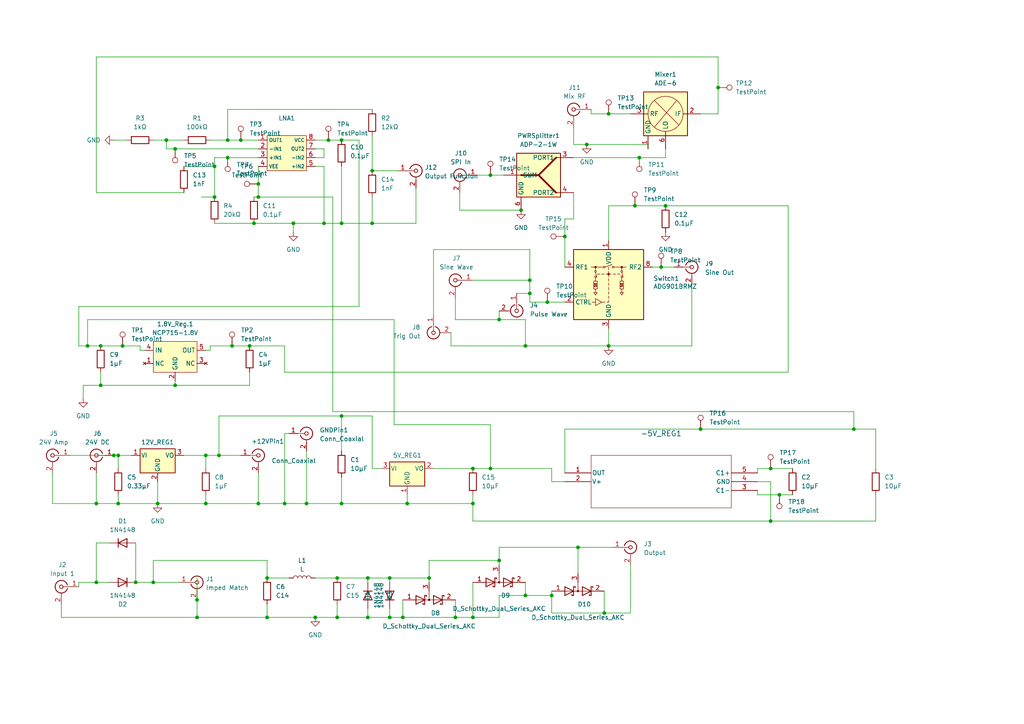
<source format=kicad_sch>
(kicad_sch (version 20231120) (generator "eeschema") (generator_version "8.0")
  (paper "A4")
  (lib_symbols
    (symbol "2023-06-16_17-27-32:LM828M5" (pin_names (offset 0.254))
      (property "Reference" "U" (at 27.94 10.16 0))
      (property "Value" "LM828M5" (at 27.94 7.62 0))
      (symbol "LM828M5_0_1"
        (pin output line (at 0 0 0) (length 7.62) (name "OUT") (number "1"))
        (pin input line (at 0 -2.54 0) (length 7.62) (name "V+") (number "2"))
        (pin passive line (at 55.88 -5.08 180) (length 7.62) (name "C1-") (number "3"))
        (pin passive line (at 55.88 -2.54 180) (length 7.62) (name "GND") (number "4"))
        (pin passive line (at 55.88 0 180) (length 7.62) (name "C1+") (number "5"))
      )
    )
    (symbol "Connector:Conn_Coaxial" (pin_names (offset 1.016) hide)
      (property "Reference" "J" (at 0.254 3.048 0))
      (property "Value" "Conn_Coaxial" (at 2.921 0 90))
      (symbol "Conn_Coaxial_1_1"
        (pin passive line (at -5.08 0 0) (length 2.54) (name "In") (number "1"))
        (pin passive line (at 0 -5.08 90) (length 2.54) (name "Ext") (number "2"))
      )
    )
    (symbol "Connector:TestPoint" (pin_numbers hide) (pin_names (offset 0.762) hide)
      (property "Reference" "TP" (at 0 6.858 0))
      (property "Value" "TestPoint" (at 0 5.08 0))
      (symbol "TestPoint_1_1"
        (pin passive line (at 0 0 90) (length 2.54) (name "1") (number "1"))
      )
    )
    (symbol "Device:D_Schottky_Dual_Series_AKC" (pin_names (offset 0.762) hide)
      (property "Reference" "D" (at 1.27 -2.54 0))
      (property "Value" "D_Schottky_Dual_Series_AKC" (at 0 2.54 0))
      (symbol "D_Schottky_Dual_Series_AKC_0_1"
        (pin passive line (at -7.62 0 0) (length 3.81) (name "A") (number "1"))
        (pin passive line (at 7.62 0 180) (length 3.81) (name "K") (number "2"))
        (pin passive line (at 0 -5.08 90) (length 2.54) (name "common") (number "3"))
      )
    )
    (symbol "Device:L" (pin_numbers hide) (pin_names (offset 1.016) hide)
      (property "Reference" "L" (at -1.27 0 90))
      (property "Value" "L" (at 1.905 0 90))
      (symbol "L_1_1"
        (pin passive line (at 0 3.81 270) (length 1.27) (name "1") (number "1"))
        (pin passive line (at 0 -3.81 90) (length 1.27) (name "2") (number "2"))
      )
    )
    (symbol "Device:R" (pin_numbers hide) (pin_names (offset 0))
      (property "Reference" "R" (at 2.032 0 90))
      (property "Value" "R" (at 0 0 90))
      (symbol "R_1_1"
        (pin passive line (at 0 3.81 270) (length 1.27) (name "~") (number "1"))
        (pin passive line (at 0 -3.81 90) (length 1.27) (name "~") (number "2"))
      )
    )
    (symbol "Diode:1N4148" (pin_numbers hide) (pin_names hide)
      (property "Reference" "D" (at 0 2.54 0))
      (property "Value" "1N4148" (at 0 -2.54 0))
      (symbol "1N4148_1_1"
        (pin passive line (at -3.81 0 0) (length 2.54) (name "K") (number "1"))
        (pin passive line (at 3.81 0 180) (length 2.54) (name "A") (number "2"))
      )
    )
    (symbol "LM4565 Operational Amplifier:LM4565"
      (property "Reference" "U" (at 0 -6.35 0))
      (property "Value" "LM4565" (at 0 6.35 0))
      (symbol "LM4565_1_1"
        (pin output line (at -8.89 3.81 0) (length 2.54) (name "OUT1") (number "1"))
        (pin input line (at -8.89 1.27 0) (length 2.54) (name "-IN1") (number "2"))
        (pin input line (at -8.89 -1.27 0) (length 2.54) (name "+IN1") (number "3"))
        (pin power_in line (at -8.89 -3.81 0) (length 2.54) (name "VEE") (number "4"))
        (pin input line (at 7.62 -3.81 180) (length 2.54) (name "+IN2") (number "5"))
        (pin input line (at 7.62 -1.27 180) (length 2.54) (name "-IN2") (number "6"))
        (pin output line (at 7.62 1.27 180) (length 2.54) (name "OUT2") (number "7"))
        (pin power_in line (at 7.62 3.81 180) (length 2.54) (name "VCC") (number "8"))
      )
    )
    (symbol "NCP715:NCP715-1.8V"
      (property "Reference" "U" (at -5.08 -6.35 0))
      (property "Value" "NCP715-1.8V" (at 0 7.62 0))
      (symbol "NCP715-1.8V_1_1"
        (pin no_connect line (at -8.89 -1.27 0) (length 2.54) (name "NC") (number "1"))
        (pin power_in line (at 0 -6.35 90) (length 2.54) (name "GND") (number "2"))
        (pin no_connect line (at 8.89 -1.27 180) (length 2.54) (name "NC") (number "3"))
        (pin power_in line (at -8.89 2.54 0) (length 2.54) (name "IN") (number "4"))
        (pin power_out line (at 8.89 2.54 180) (length 2.54) (name "OUT") (number "5"))
      )
    )
    (symbol "RF:ADP-2-1W"
      (property "Reference" "U" (at -6.35 7.62 0))
      (property "Value" "ADP-2-1W" (at 6.35 7.62 0))
      (symbol "ADP-2-1W_1_1"
        (pin passive line (at -10.16 0 0) (length 5.08) (name "SUM") (number "1"))
        (pin no_connect line (at 5.08 2.54 180) (length 5.08) hide (name "NC") (number "2"))
        (pin passive line (at 10.16 5.08 180) (length 5.08) (name "PORT1") (number "3"))
        (pin passive line (at 10.16 -5.08 180) (length 5.08) (name "PORT2") (number "4"))
        (pin no_connect line (at 5.08 -2.54 180) (length 5.08) hide (name "NC") (number "5"))
        (pin passive line (at -5.08 -10.16 90) (length 3.81) (name "GND") (number "6"))
      )
    )
    (symbol "RF_Mixer:ADE-6"
      (property "Reference" "U" (at -6.35 7.62 0))
      (property "Value" "ADE-6" (at 6.35 7.62 0))
      (symbol "ADE-6_1_1"
        (pin power_in line (at -5.08 -10.16 90) (length 3.81) (name "GND") (number "1"))
        (pin output line (at 10.16 0 180) (length 5.08) (name "IF") (number "2"))
        (pin input line (at -10.16 0 0) (length 5.08) (name "RF") (number "3"))
        (pin passive line (at -5.08 -10.16 90) (length 3.81) hide (name "GND") (number "4"))
        (pin passive line (at -5.08 -10.16 90) (length 3.81) hide (name "GND") (number "5"))
        (pin input line (at 0 -10.16 90) (length 5.08) (name "LO") (number "6"))
      )
    )
    (symbol "RF_Switch:ADG901BRMZ"
      (property "Reference" "U" (at -10.16 11.43 0))
      (property "Value" "ADG901BRMZ" (at 1.27 11.43 0))
      (symbol "ADG901BRMZ_0_0"
        (text "50" (at -3.81 -0.127 900) (effects (font (size 0.635 0.635))))
        (text "50" (at 3.81 -0.127 900) (effects (font (size 0.635 0.635))))
      )
      (symbol "ADG901BRMZ_1_1"
        (pin power_in line (at 0 12.7 270) (length 2.54) (name "VDD") (number "1"))
        (pin input line (at -12.7 -5.08 0) (length 2.54) (name "CTRL") (number "2"))
        (pin power_in line (at 0 -12.7 90) (length 2.54) (name "GND") (number "3"))
        (pin passive line (at -12.7 5.08 0) (length 2.54) (name "RF1") (number "4"))
        (pin passive line (at 0 -12.7 90) (length 2.54) hide (name "GND") (number "5"))
        (pin passive line (at 0 -12.7 90) (length 2.54) hide (name "GND") (number "6"))
        (pin passive line (at 0 -12.7 90) (length 2.54) hide (name "GND") (number "7"))
        (pin passive line (at 12.7 5.08 180) (length 2.54) (name "RF2") (number "8"))
      )
    )
    (symbol "Regulator_Linear:LM7812_TO220" (pin_names (offset 0.254))
      (property "Reference" "U" (at -3.81 3.175 0))
      (property "Value" "LM7812_TO220" (at 0 3.175 0))
      (symbol "LM7812_TO220_1_1"
        (pin power_in line (at -7.62 0 0) (length 2.54) (name "VI") (number "1"))
        (pin power_in line (at 0 -7.62 90) (length 2.54) (name "GND") (number "2"))
        (pin power_out line (at 7.62 0 180) (length 2.54) (name "VO") (number "3"))
      )
    )
    (symbol "Regulator_Linear:NCP1117-5.0_TO252" (pin_names (offset 0.254))
      (property "Reference" "U" (at -3.81 3.175 0))
      (property "Value" "NCP1117-5.0_TO252" (at 0 3.175 0))
      (symbol "NCP1117-5.0_TO252_1_1"
        (pin power_in line (at 0 -7.62 90) (length 2.54) (name "GND") (number "1"))
        (pin power_out line (at 7.62 0 180) (length 2.54) (name "VO") (number "2"))
        (pin power_in line (at -7.62 0 0) (length 2.54) (name "VI") (number "3"))
      )
    )
    (symbol "power:GND" (power) (pin_numbers hide) (pin_names (offset 0) hide)
      (property "Value" "GND" (at 0 -3.81 0))
      (symbol "GND_1_1"
        (pin power_in line (at 0 0 270) (length 0) (name "~") (number "1"))
      )
    )
  )
  (junction (at 226.06 143.51))
  (junction (at 77.47 179.07))
  (junction (at 63.5 132.08))
  (junction (at 62.23 57.15))
  (junction (at 185.42 45.72))
  (junction (at 152.4 100.33))
  (junction (at 184.15 59.69))
  (junction (at 176.53 33.02))
  (junction (at 152.4 172.72))
  (junction (at 88.9 146.05))
  (junction (at 118.11 146.05))
  (junction (at 170.18 41.91))
  (junction (at 99.06 120.65))
  (junction (at 107.95 64.77))
  (junction (at 116.84 179.07))
  (junction (at 45.72 146.05))
  (junction (at 69.85 40.64))
  (junction (at 62.23 48.26))
  (junction (at 193.04 59.69))
  (junction (at 97.79 179.07))
  (junction (at 163.83 68.58))
  (junction (at 132.08 179.07))
  (junction (at 167.64 158.75))
  (junction (at 66.04 40.64))
  (junction (at 203.2 124.46))
  (junction (at 74.93 57.15))
  (junction (at 113.03 167.64))
  (junction (at 91.44 179.07))
  (junction (at 59.69 146.05))
  (junction (at 50.8 111.76))
  (junction (at 160.02 172.72))
  (junction (at 107.95 49.53))
  (junction (at 93.98 64.77))
  (junction (at 97.79 167.64))
  (junction (at 33.02 132.08))
  (junction (at 158.75 87.63))
  (junction (at 66.04 45.72))
  (junction (at 44.45 168.91))
  (junction (at 99.06 146.05))
  (junction (at 34.29 146.05))
  (junction (at 27.94 168.91))
  (junction (at 48.26 40.64))
  (junction (at 59.69 132.08))
  (junction (at 137.16 179.07))
  (junction (at 113.03 179.07))
  (junction (at 72.39 100.33))
  (junction (at 153.67 85.09))
  (junction (at 50.8 43.18))
  (junction (at 57.15 173.99))
  (junction (at 124.46 167.64))
  (junction (at 247.65 124.46))
  (junction (at 137.16 135.89))
  (junction (at 144.78 92.71))
  (junction (at 25.4 100.33))
  (junction (at 176.53 100.33))
  (junction (at 191.77 77.47))
  (junction (at 142.24 135.89))
  (junction (at 77.47 167.64))
  (junction (at 57.15 179.07))
  (junction (at 106.68 179.07))
  (junction (at 39.37 168.91))
  (junction (at 142.24 50.8))
  (junction (at 223.52 135.89))
  (junction (at 74.93 53.34))
  (junction (at 137.16 146.05))
  (junction (at 95.25 40.64))
  (junction (at 29.21 111.76))
  (junction (at 82.55 146.05))
  (junction (at 175.26 177.8))
  (junction (at 153.67 81.28))
  (junction (at 144.78 162.56))
  (junction (at 85.09 64.77))
  (junction (at 151.13 60.96))
  (junction (at 223.52 151.13))
  (junction (at 74.93 146.05))
  (junction (at 106.68 167.64))
  (junction (at 99.06 64.77))
  (junction (at 35.56 100.33))
  (junction (at 208.28 25.4))
  (junction (at 29.21 100.33))
  (junction (at 27.94 146.05))
  (junction (at 34.29 132.08))
  (junction (at 67.31 100.33))
  (junction (at 99.06 40.64))
  (junction (at 73.66 64.77))
  (wire (pts (xy 62.23 64.77) (xy 73.66 64.77)))
  (wire (pts (xy 113.03 168.91) (xy 113.03 167.64)))
  (wire (pts (xy 77.47 167.64) (xy 77.47 162.56)))
  (wire (pts (xy 82.55 107.95) (xy 82.55 100.33)))
  (wire (pts (xy 208.28 33.02) (xy 203.2 33.02)))
  (wire (pts (xy 176.53 33.02) (xy 182.88 33.02)))
  (wire (pts (xy 39.37 168.91) (xy 44.45 168.91)))
  (wire (pts (xy 142.24 50.8) (xy 146.05 50.8)))
  (wire (pts (xy 24.13 111.76) (xy 24.13 115.57)))
  (wire (pts (xy 48.26 40.64) (xy 53.34 40.64)))
  (wire (pts (xy 33.02 132.08) (xy 34.29 132.08)))
  (wire (pts (xy 137.16 151.13) (xy 223.52 151.13)))
  (wire (pts (xy 62.23 57.15) (xy 58.42 57.15)))
  (wire (pts (xy 175.26 171.45) (xy 175.26 177.8)))
  (wire (pts (xy 137.16 151.13) (xy 137.16 146.05)))
  (wire (pts (xy 91.44 48.26) (xy 93.98 48.26)))
  (wire (pts (xy 62.23 48.26) (xy 62.23 57.15)))
  (wire (pts (xy 228.6 59.69) (xy 228.6 107.95)))
  (wire (pts (xy 35.56 100.33) (xy 40.64 100.33)))
  (wire (pts (xy 118.11 146.05) (xy 99.06 146.05)))
  (wire (pts (xy 200.66 82.55) (xy 200.66 100.33)))
  (wire (pts (xy 152.4 172.72) (xy 144.78 172.72)))
  (wire (pts (xy 34.29 135.89) (xy 34.29 132.08)))
  (wire (pts (xy 45.72 139.7) (xy 45.72 146.05)))
  (wire (pts (xy 74.93 43.18) (xy 50.8 43.18)))
  (wire (pts (xy 85.09 64.77) (xy 85.09 67.31)))
  (wire (pts (xy 91.44 43.18) (xy 93.98 43.18)))
  (wire (pts (xy 163.83 63.5) (xy 166.37 63.5)))
  (wire (pts (xy 107.95 135.89) (xy 110.49 135.89)))
  (wire (pts (xy 226.06 143.51) (xy 219.71 143.51)))
  (wire (pts (xy 99.06 40.64) (xy 104.14 40.64)))
  (wire (pts (xy 72.39 111.76) (xy 72.39 107.95)))
  (wire (pts (xy 144.78 92.71) (xy 152.4 92.71)))
  (wire (pts (xy 74.93 137.16) (xy 74.93 146.05)))
  (wire (pts (xy 137.16 179.07) (xy 144.78 179.07)))
  (wire (pts (xy 53.34 55.88) (xy 27.94 55.88)))
  (wire (pts (xy 34.29 146.05) (xy 45.72 146.05)))
  (wire (pts (xy 203.2 124.46) (xy 247.65 124.46)))
  (wire (pts (xy 106.68 176.53) (xy 106.68 179.07)))
  (wire (pts (xy 62.23 45.72) (xy 66.04 45.72)))
  (wire (pts (xy 97.79 179.07) (xy 106.68 179.07)))
  (wire (pts (xy 166.37 63.5) (xy 166.37 55.88)))
  (wire (pts (xy 62.23 45.72) (xy 62.23 48.26)))
  (wire (pts (xy 74.93 53.34) (xy 74.93 48.26)))
  (wire (pts (xy 107.95 49.53) (xy 115.57 49.53)))
  (wire (pts (xy 59.69 101.6) (xy 60.96 101.6)))
  (wire (pts (xy 104.14 40.64) (xy 104.14 88.9)))
  (wire (pts (xy 31.75 157.48) (xy 27.94 157.48)))
  (wire (pts (xy 82.55 100.33) (xy 72.39 100.33)))
  (wire (pts (xy 69.85 132.08) (xy 63.5 132.08)))
  (wire (pts (xy 132.08 173.99) (xy 132.08 179.07)))
  (wire (pts (xy 107.95 135.89) (xy 107.95 120.65)))
  (wire (pts (xy 219.71 142.24) (xy 219.71 143.51)))
  (wire (pts (xy 57.15 167.64) (xy 57.15 173.99)))
  (wire (pts (xy 95.25 40.64) (xy 99.06 40.64)))
  (wire (pts (xy 191.77 77.47) (xy 195.58 77.47)))
  (wire (pts (xy 171.45 33.02) (xy 171.45 31.75)))
  (wire (pts (xy 142.24 135.89) (xy 137.16 135.89)))
  (wire (pts (xy 25.4 100.33) (xy 25.4 92.71)))
  (wire (pts (xy 77.47 175.26) (xy 77.47 179.07)))
  (wire (pts (xy 59.69 146.05) (xy 45.72 146.05)))
  (wire (pts (xy 66.04 31.75) (xy 66.04 40.64)))
  (wire (pts (xy 152.4 100.33) (xy 130.81 100.33)))
  (wire (pts (xy 153.67 81.28) (xy 153.67 85.09)))
  (wire (pts (xy 74.93 146.05) (xy 82.55 146.05)))
  (wire (pts (xy 22.86 88.9) (xy 22.86 100.33)))
  (wire (pts (xy 176.53 95.25) (xy 176.53 100.33)))
  (wire (pts (xy 132.08 92.71) (xy 144.78 92.71)))
  (wire (pts (xy 99.06 146.05) (xy 88.9 146.05)))
  (wire (pts (xy 254 143.51) (xy 254 151.13)))
  (wire (pts (xy 142.24 123.19) (xy 142.24 135.89)))
  (wire (pts (xy 69.85 40.64) (xy 74.93 40.64)))
  (wire (pts (xy 40.64 101.6) (xy 40.64 100.33)))
  (wire (pts (xy 82.55 125.73) (xy 82.55 146.05)))
  (wire (pts (xy 138.43 50.8) (xy 142.24 50.8)))
  (wire (pts (xy 34.29 143.51) (xy 34.29 146.05)))
  (wire (pts (xy 91.44 179.07) (xy 97.79 179.07)))
  (wire (pts (xy 93.98 45.72) (xy 93.98 43.18)))
  (wire (pts (xy 107.95 57.15) (xy 107.95 64.77)))
  (wire (pts (xy 15.24 146.05) (xy 27.94 146.05)))
  (wire (pts (xy 60.96 100.33) (xy 67.31 100.33)))
  (wire (pts (xy 153.67 72.39) (xy 153.67 81.28)))
  (wire (pts (xy 208.28 25.4) (xy 208.28 33.02)))
  (wire (pts (xy 219.71 135.89) (xy 223.52 135.89)))
  (wire (pts (xy 116.84 179.07) (xy 132.08 179.07)))
  (wire (pts (xy 124.46 162.56) (xy 124.46 167.64)))
  (wire (pts (xy 137.16 168.91) (xy 137.16 179.07)))
  (wire (pts (xy 27.94 55.88) (xy 27.94 16.51)))
  (wire (pts (xy 48.26 40.64) (xy 48.26 43.18)))
  (wire (pts (xy 137.16 146.05) (xy 118.11 146.05)))
  (wire (pts (xy 66.04 45.72) (xy 74.93 45.72)))
  (wire (pts (xy 247.65 119.38) (xy 247.65 124.46)))
  (wire (pts (xy 22.86 168.91) (xy 27.94 168.91)))
  (wire (pts (xy 27.94 146.05) (xy 34.29 146.05)))
  (wire (pts (xy 39.37 157.48) (xy 39.37 168.91)))
  (wire (pts (xy 160.02 172.72) (xy 160.02 177.8)))
  (wire (pts (xy 166.37 45.72) (xy 185.42 45.72)))
  (wire (pts (xy 163.83 63.5) (xy 163.83 68.58)))
  (wire (pts (xy 29.21 107.95) (xy 29.21 111.76)))
  (wire (pts (xy 228.6 107.95) (xy 82.55 107.95)))
  (wire (pts (xy 160.02 139.7) (xy 160.02 135.89)))
  (wire (pts (xy 223.52 135.89) (xy 229.87 135.89)))
  (wire (pts (xy 160.02 171.45) (xy 160.02 172.72)))
  (wire (pts (xy 63.5 132.08) (xy 59.69 132.08)))
  (wire (pts (xy 160.02 172.72) (xy 152.4 172.72)))
  (wire (pts (xy 219.71 139.7) (xy 223.52 139.7)))
  (wire (pts (xy 88.9 130.81) (xy 88.9 146.05)))
  (wire (pts (xy 82.55 125.73) (xy 83.82 125.73)))
  (wire (pts (xy 163.83 124.46) (xy 203.2 124.46)))
  (wire (pts (xy 99.06 120.65) (xy 63.5 120.65)))
  (wire (pts (xy 182.88 177.8) (xy 175.26 177.8)))
  (wire (pts (xy 113.03 179.07) (xy 116.84 179.07)))
  (wire (pts (xy 15.24 137.16) (xy 15.24 146.05)))
  (wire (pts (xy 63.5 120.65) (xy 63.5 132.08)))
  (wire (pts (xy 107.95 120.65) (xy 99.06 120.65)))
  (wire (pts (xy 229.87 143.51) (xy 226.06 143.51)))
  (wire (pts (xy 152.4 92.71) (xy 152.4 100.33)))
  (wire (pts (xy 20.32 132.08) (xy 33.02 132.08)))
  (wire (pts (xy 247.65 124.46) (xy 254 124.46)))
  (wire (pts (xy 208.28 16.51) (xy 208.28 25.4)))
  (wire (pts (xy 193.04 45.72) (xy 193.04 43.18)))
  (wire (pts (xy 57.15 179.07) (xy 77.47 179.07)))
  (wire (pts (xy 104.14 88.9) (xy 22.86 88.9)))
  (wire (pts (xy 125.73 91.44) (xy 125.73 72.39)))
  (wire (pts (xy 107.95 39.37) (xy 107.95 49.53)))
  (wire (pts (xy 153.67 87.63) (xy 158.75 87.63)))
  (wire (pts (xy 176.53 100.33) (xy 152.4 100.33)))
  (wire (pts (xy 99.06 64.77) (xy 107.95 64.77)))
  (wire (pts (xy 73.66 57.15) (xy 74.93 57.15)))
  (wire (pts (xy 219.71 137.16) (xy 219.71 135.89)))
  (wire (pts (xy 22.86 170.18) (xy 22.86 168.91)))
  (wire (pts (xy 66.04 40.64) (xy 69.85 40.64)))
  (wire (pts (xy 124.46 168.91) (xy 124.46 167.64)))
  (wire (pts (xy 120.65 54.61) (xy 120.65 64.77)))
  (wire (pts (xy 27.94 157.48) (xy 27.94 168.91)))
  (wire (pts (xy 50.8 43.18) (xy 48.26 43.18)))
  (wire (pts (xy 130.81 100.33) (xy 130.81 96.52)))
  (wire (pts (xy 99.06 130.81) (xy 99.06 120.65)))
  (wire (pts (xy 163.83 137.16) (xy 163.83 124.46)))
  (wire (pts (xy 144.78 90.17) (xy 144.78 92.71)))
  (wire (pts (xy 40.64 101.6) (xy 41.91 101.6)))
  (wire (pts (xy 93.98 64.77) (xy 99.06 64.77)))
  (wire (pts (xy 200.66 100.33) (xy 176.53 100.33)))
  (wire (pts (xy 144.78 163.83) (xy 144.78 162.56)))
  (wire (pts (xy 163.83 139.7) (xy 160.02 139.7)))
  (wire (pts (xy 184.15 59.69) (xy 193.04 59.69)))
  (wire (pts (xy 170.18 41.91) (xy 187.96 41.91)))
  (wire (pts (xy 144.78 158.75) (xy 144.78 162.56)))
  (wire (pts (xy 74.93 57.15) (xy 74.93 53.34)))
  (wire (pts (xy 97.79 167.64) (xy 106.68 167.64)))
  (wire (pts (xy 124.46 167.64) (xy 113.03 167.64)))
  (wire (pts (xy 60.96 101.6) (xy 60.96 100.33)))
  (wire (pts (xy 33.02 40.64) (xy 36.83 40.64)))
  (wire (pts (xy 175.26 177.8) (xy 160.02 177.8)))
  (wire (pts (xy 166.37 36.83) (xy 166.37 41.91)))
  (wire (pts (xy 25.4 100.33) (xy 29.21 100.33)))
  (wire (pts (xy 125.73 135.89) (xy 137.16 135.89)))
  (wire (pts (xy 193.04 59.69) (xy 228.6 59.69)))
  (wire (pts (xy 106.68 167.64) (xy 113.03 167.64)))
  (wire (pts (xy 85.09 64.77) (xy 73.66 64.77)))
  (wire (pts (xy 17.78 179.07) (xy 17.78 175.26)))
  (wire (pts (xy 38.1 132.08) (xy 34.29 132.08)))
  (wire (pts (xy 153.67 85.09) (xy 149.86 85.09)))
  (wire (pts (xy 223.52 139.7) (xy 223.52 151.13)))
  (wire (pts (xy 50.8 110.49) (xy 50.8 111.76)))
  (wire (pts (xy 99.06 138.43) (xy 99.06 146.05)))
  (wire (pts (xy 163.83 68.58) (xy 163.83 77.47)))
  (wire (pts (xy 44.45 168.91) (xy 52.07 168.91)))
  (wire (pts (xy 57.15 179.07) (xy 17.78 179.07)))
  (wire (pts (xy 29.21 111.76) (xy 50.8 111.76)))
  (wire (pts (xy 189.23 77.47) (xy 191.77 77.47)))
  (wire (pts (xy 99.06 48.26) (xy 99.06 64.77)))
  (wire (pts (xy 67.31 100.33) (xy 72.39 100.33)))
  (wire (pts (xy 137.16 81.28) (xy 153.67 81.28)))
  (wire (pts (xy 176.53 59.69) (xy 184.15 59.69)))
  (wire (pts (xy 167.64 158.75) (xy 167.64 166.37)))
  (wire (pts (xy 77.47 167.64) (xy 83.82 167.64)))
  (wire (pts (xy 133.35 55.88) (xy 133.35 60.96)))
  (wire (pts (xy 74.93 146.05) (xy 59.69 146.05)))
  (wire (pts (xy 166.37 41.91) (xy 170.18 41.91)))
  (wire (pts (xy 27.94 168.91) (xy 31.75 168.91)))
  (wire (pts (xy 114.3 92.71) (xy 114.3 123.19)))
  (wire (pts (xy 44.45 162.56) (xy 44.45 168.91)))
  (wire (pts (xy 187.96 41.91) (xy 187.96 43.18)))
  (wire (pts (xy 91.44 45.72) (xy 93.98 45.72)))
  (wire (pts (xy 91.44 40.64) (xy 95.25 40.64)))
  (wire (pts (xy 185.42 45.72) (xy 193.04 45.72)))
  (wire (pts (xy 97.79 175.26) (xy 97.79 179.07)))
  (wire (pts (xy 171.45 33.02) (xy 176.53 33.02)))
  (wire (pts (xy 120.65 64.77) (xy 107.95 64.77)))
  (wire (pts (xy 57.15 173.99) (xy 57.15 179.07)))
  (wire (pts (xy 96.52 119.38) (xy 247.65 119.38)))
  (wire (pts (xy 93.98 48.26) (xy 93.98 64.77)))
  (wire (pts (xy 29.21 100.33) (xy 35.56 100.33)))
  (wire (pts (xy 91.44 167.64) (xy 97.79 167.64)))
  (wire (pts (xy 44.45 40.64) (xy 48.26 40.64)))
  (wire (pts (xy 144.78 158.75) (xy 167.64 158.75)))
  (wire (pts (xy 50.8 111.76) (xy 72.39 111.76)))
  (wire (pts (xy 133.35 60.96) (xy 151.13 60.96)))
  (wire (pts (xy 223.52 151.13) (xy 254 151.13)))
  (wire (pts (xy 114.3 123.19) (xy 142.24 123.19)))
  (wire (pts (xy 22.86 100.33) (xy 25.4 100.33)))
  (wire (pts (xy 254 124.46) (xy 254 135.89)))
  (wire (pts (xy 158.75 87.63) (xy 163.83 87.63)))
  (wire (pts (xy 77.47 179.07) (xy 91.44 179.07)))
  (wire (pts (xy 27.94 137.16) (xy 27.94 146.05)))
  (wire (pts (xy 96.52 57.15) (xy 96.52 119.38)))
  (wire (pts (xy 96.52 57.15) (xy 74.93 57.15)))
  (wire (pts (xy 53.34 48.26) (xy 62.23 48.26)))
  (wire (pts (xy 60.96 40.64) (xy 66.04 40.64)))
  (wire (pts (xy 116.84 173.99) (xy 116.84 179.07)))
  (wire (pts (xy 113.03 176.53) (xy 113.03 179.07)))
  (wire (pts (xy 182.88 163.83) (xy 182.88 177.8)))
  (wire (pts (xy 29.21 111.76) (xy 24.13 111.76)))
  (wire (pts (xy 118.11 143.51) (xy 118.11 146.05)))
  (wire (pts (xy 27.94 16.51) (xy 208.28 16.51)))
  (wire (pts (xy 160.02 135.89) (xy 142.24 135.89)))
  (wire (pts (xy 93.98 64.77) (xy 85.09 64.77)))
  (wire (pts (xy 132.08 86.36) (xy 132.08 92.71)))
  (wire (pts (xy 25.4 92.71) (xy 114.3 92.71)))
  (wire (pts (xy 53.34 132.08) (xy 59.69 132.08)))
  (wire (pts (xy 107.95 31.75) (xy 66.04 31.75)))
  (wire (pts (xy 106.68 168.91) (xy 106.68 167.64)))
  (wire (pts (xy 82.55 146.05) (xy 88.9 146.05)))
  (wire (pts (xy 153.67 85.09) (xy 153.67 87.63)))
  (wire (pts (xy 176.53 69.85) (xy 176.53 59.69)))
  (wire (pts (xy 59.69 143.51) (xy 59.69 146.05)))
  (wire (pts (xy 144.78 162.56) (xy 124.46 162.56)))
  (wire (pts (xy 167.64 158.75) (xy 177.8 158.75)))
  (wire (pts (xy 144.78 172.72) (xy 144.78 179.07)))
  (wire (pts (xy 132.08 179.07) (xy 137.16 179.07)))
  (wire (pts (xy 106.68 179.07) (xy 113.03 179.07)))
  (wire (pts (xy 152.4 168.91) (xy 152.4 172.72)))
  (wire (pts (xy 59.69 132.08) (xy 59.69 135.89)))
  (wire (pts (xy 125.73 72.39) (xy 153.67 72.39)))
  (wire (pts (xy 77.47 162.56) (xy 44.45 162.56)))
  (wire (pts (xy 137.16 143.51) (xy 137.16 146.05)))
  (symbol (lib_id "NCP715:NCP715-1.8V") (at 50.8 104.14 0) (unit 1)
    (property "Reference" "1.8V_Reg.1" (at 50.8 93.98 0))
    (property "Value" "NCP715-1.8V" (at 50.8 96.52 0))
    (property "Footprint" "V 0.4.2 Footprints:1.8VReg" (effects (hide yes)))
  )
  (symbol (lib_id "Connector:Conn_Coaxial") (at 17.78 170.18 0) (mirror y) (unit 1)
    (property "Reference" "J2" (at 18.0974 163.83 0))
    (property "Value" "Input 1" (at 18.0974 166.37 0))
    (property "Footprint" "Connector_Coaxial:SMA_Amphenol_132134-14_Vertical" (effects (hide yes)))
    (property "Datasheet" " ~" (effects (hide yes)))
    (property "Description" "coaxial connector (BNC, SMA, SMB, SMC, Cinch/RCA, LEMO, ...)" (effects (hide yes)))
  )
  (symbol (lib_id "Device:R") (at 59.69 139.7 0) (unit 1)
    (property "Reference" "C8" (at 62.23 138.4299 0) (effects (justify left)))
    (property "Value" "1μF" (at 62.23 140.9699 0) (effects (justify left)))
    (property "Footprint" "V 0.4.2 Footprints:CustomR" (effects (hide yes)))
    (property "Description" "Capacitor" (effects (hide yes)))
  )
  (symbol (lib_id "Connector:Conn_Coaxial") (at 182.88 158.75 0) (unit 1)
    (property "Reference" "J3" (at 186.69 157.7731 0) (effects (justify left)))
    (property "Value" "Output" (at 186.69 160.3131 0) (effects (justify left)))
    (property "Footprint" "Connector_Coaxial:SMA_Amphenol_132134-14_Vertical" (effects (hide yes)))
    (property "Datasheet" " ~" (effects (hide yes)))
    (property "Description" "coaxial connector (BNC, SMA, SMB, SMC, Cinch/RCA, LEMO, ...)" (effects (hide yes)))
  )
  (symbol (lib_id "Connector:TestPoint") (at 142.24 50.8 0) (unit 1)
    (property "Reference" "TP14" (at 144.78 46.2279 0) (effects (justify left)))
    (property "Value" "TestPoint" (at 144.78 48.7679 0) (effects (justify left)))
    (property "Footprint" "TestPoint:TestPoint_Keystone_5000-5004_Miniature" (effects (hide yes)))
    (property "Description" "test point" (effects (hide yes)))
  )
  (symbol (lib_id "Device:R") (at 137.16 139.7 0) (unit 1)
    (property "Reference" "C15" (at 139.7 138.4299 0) (effects (justify left)))
    (property "Value" "10μF" (at 139.7 140.9699 0) (effects (justify left)))
    (property "Footprint" "V 0.4.2 Footprints:CustomR" (effects (hide yes)))
    (property "Description" "Capacitor" (effects (hide yes)))
  )
  (symbol (lib_id "Device:R") (at 40.64 40.64 270) (unit 1)
    (property "Reference" "R3" (at 40.64 34.29 90))
    (property "Value" "1kΩ" (at 40.64 36.83 90))
    (property "Footprint" "V 0.4.2 Footprints:CustomR" (effects (hide yes)))
    (property "Description" "Resistor" (effects (hide yes)))
  )
  (symbol (lib_id "Connector:TestPoint") (at 67.31 100.33 0) (unit 1)
    (property "Reference" "TP2" (at 69.85 95.7579 0) (effects (justify left)))
    (property "Value" "TestPoint" (at 69.85 98.2979 0) (effects (justify left)))
    (property "Footprint" "TestPoint:TestPoint_Keystone_5000-5004_Miniature" (effects (hide yes)))
    (property "Description" "test point" (effects (hide yes)))
  )
  (symbol (lib_id "Device:R") (at 99.06 134.62 0) (unit 1)
    (property "Reference" "C1" (at 101.6 133.3499 0) (effects (justify left)))
    (property "Value" "10μF" (at 101.6 135.8899 0) (effects (justify left)))
    (property "Footprint" "V 0.4.2 Footprints:CustomR" (effects (hide yes)))
    (property "Description" "Capacitor" (effects (hide yes)))
  )
  (symbol (lib_id "Device:R") (at 97.79 171.45 0) (unit 1)
    (property "Reference" "C7" (at 100.33 170.1799 0) (effects (justify left)))
    (property "Value" "C15" (at 100.33 172.7199 0) (effects (justify left)))
    (property "Footprint" "V 0.4.2 Footprints:CustomR" (effects (hide yes)))
    (property "Description" "Capacitor" (effects (hide yes)))
  )
  (symbol (lib_id "Connector:Conn_Coaxial") (at 120.65 49.53 0) (unit 1)
    (property "Reference" "J12" (at 123.19 48.5531 0) (effects (justify left)))
    (property "Value" "Output Function" (at 123.19 51.0931 0) (effects (justify left)))
    (property "Footprint" "Connector_Coaxial:SMA_Amphenol_132134_Vertical" (effects (hide yes)))
    (property "Datasheet" " ~" (effects (hide yes)))
    (property "Description" "coaxial connector (BNC, SMA, SMB, SMC, Cinch/RCA, LEMO, ...)" (effects (hide yes)))
  )
  (symbol (lib_id "Connector:TestPoint") (at 66.04 45.72 180) (unit 1)
    (property "Reference" "TP7" (at 68.58 47.7519 0) (effects (justify right)))
    (property "Value" "TestPoint" (at 68.58 50.2919 0) (effects (justify right)))
    (property "Footprint" "TestPoint:TestPoint_Keystone_5000-5004_Miniature" (effects (hide yes)))
    (property "Description" "test point" (effects (hide yes)))
  )
  (symbol (lib_id "Diode:1N4148") (at 113.03 172.72 90) (unit 1)
    (property "Reference" "D4" (at 106.68 172.72 0))
    (property "Value" "1N4148" (at 109.22 172.72 0))
    (property "Footprint" "Diode_THT:D_DO-35_SOD27_P7.62mm_Horizontal" (effects (hide yes)))
    (property "Datasheet" "https://assets.nexperia.com/documents/data-sheet/1N4148_1N4448.pdf" (effects (hide yes)))
    (property "Description" "100V 0.15A standard switching diode, DO-35" (effects (hide yes)))
    (property "Sim.Device" "D" (effects (hide yes)))
    (property "Sim.Pins" "1=K 2=A" (effects (hide yes)))
  )
  (symbol (lib_id "Connector:TestPoint") (at 69.85 40.64 0) (unit 1)
    (property "Reference" "TP3" (at 72.39 36.0679 0) (effects (justify left)))
    (property "Value" "TestPoint" (at 72.39 38.6079 0) (effects (justify left)))
    (property "Footprint" "TestPoint:TestPoint_Keystone_5000-5004_Miniature" (effects (hide yes)))
    (property "Description" "test point" (effects (hide yes)))
  )
  (symbol (lib_id "Connector:TestPoint") (at 176.53 33.02 0) (unit 1)
    (property "Reference" "TP13" (at 179.07 28.4479 0) (effects (justify left)))
    (property "Value" "TestPoint" (at 179.07 30.9879 0) (effects (justify left)))
    (property "Footprint" "TestPoint:TestPoint_Keystone_5000-5004_Miniature" (effects (hide yes)))
    (property "Description" "test point" (effects (hide yes)))
  )
  (symbol (lib_id "Device:R") (at 57.15 40.64 270) (unit 1)
    (property "Reference" "R1" (at 57.15 34.29 90))
    (property "Value" "100kΩ" (at 57.15 36.83 90))
    (property "Footprint" "V 0.4.2 Footprints:CustomR" (effects (hide yes)))
    (property "Description" "Resistor" (effects (hide yes)))
  )
  (symbol (lib_id "Regulator_Linear:LM7812_TO220") (at 45.72 132.08 0) (unit 1)
    (property "Reference" "12V_REG1" (at 45.72 128.27 0))
    (property "Value" "LM7812_TO220" (effects (hide yes)))
    (property "Footprint" "V 0.4.2 Footprints:5VReg" (effects (hide yes)))
    (property "Datasheet" "https://www.onsemi.cn/PowerSolutions/document/MC7800-D.PDF" (effects (hide yes)))
  )
  (symbol (lib_id "Device:R") (at 62.23 60.96 0) (unit 1)
    (property "Reference" "R4" (at 64.77 59.6899 0) (effects (justify left)))
    (property "Value" "20kΩ" (at 64.77 62.2299 0) (effects (justify left)))
    (property "Footprint" "V 0.4.2 Footprints:CustomR" (effects (hide yes)))
    (property "Description" "Resistor" (effects (hide yes)))
  )
  (symbol (lib_id "Device:D_Schottky_Dual_Series_AKC") (at 144.78 168.91 0) (mirror x) (unit 1)
    (property "Reference" "D9" (at 146.6215 172.72 0))
    (property "Value" "D_Schottky_Dual_Series_AKC" (at 144.78 176.53 0))
    (property "Footprint" "Package_TO_SOT_SMD:TSOT-23_HandSoldering" (effects (hide yes)))
  )
  (symbol (lib_id "Connector:TestPoint") (at 208.28 25.4 270) (unit 1)
    (property "Reference" "TP12" (at 213.36 24.1299 90) (effects (justify left)))
    (property "Value" "TestPoint" (at 213.36 26.6699 90) (effects (justify left)))
    (property "Footprint" "TestPoint:TestPoint_Keystone_5000-5004_Miniature" (effects (hide yes)))
    (property "Description" "test point" (effects (hide yes)))
  )
  (symbol (lib_id "Device:R") (at 34.29 139.7 0) (unit 1)
    (property "Reference" "C5" (at 36.83 138.4299 0) (effects (justify left)))
    (property "Value" "0.33μF" (at 36.83 140.9699 0) (effects (justify left)))
    (property "Footprint" "V 0.4.2 Footprints:CustomR" (effects (hide yes)))
    (property "Description" "Capacitor" (effects (hide yes)))
  )
  (symbol (lib_id "Connector:TestPoint") (at 184.15 59.69 0) (unit 1)
    (property "Reference" "TP9" (at 186.69 55.1179 0) (effects (justify left)))
    (property "Value" "TestPoint" (at 186.69 57.6579 0) (effects (justify left)))
    (property "Footprint" "TestPoint:TestPoint_Keystone_5000-5004_Miniature" (effects (hide yes)))
    (property "Description" "test point" (effects (hide yes)))
  )
  (symbol (lib_id "Connector:Conn_Coaxial") (at 149.86 90.17 270) (unit 1)
    (property "Reference" "J4" (at 153.67 88.5824 90) (effects (justify left)))
    (property "Value" "Pulse Wave" (at 153.67 91.1224 90) (effects (justify left)))
    (property "Footprint" "Connector_Coaxial:SMA_Amphenol_132134_Vertical" (effects (hide yes)))
    (property "Datasheet" " ~" (effects (hide yes)))
    (property "Description" "coaxial connector (BNC, SMA, SMB, SMC, Cinch/RCA, LEMO, ...)" (effects (hide yes)))
  )
  (symbol (lib_id "Connector:Conn_Coaxial") (at 200.66 77.47 0) (unit 1)
    (property "Reference" "J9" (at 204.47 76.4931 0) (effects (justify left)))
    (property "Value" "Sine Out" (at 204.47 79.0331 0) (effects (justify left)))
    (property "Footprint" "Connector_Coaxial:SMA_Amphenol_132134_Vertical" (effects (hide yes)))
    (property "Datasheet" " ~" (effects (hide yes)))
    (property "Description" "coaxial connector (BNC, SMA, SMB, SMC, Cinch/RCA, LEMO, ...)" (effects (hide yes)))
  )
  (symbol (lib_id "Connector:TestPoint") (at 163.83 68.58 90) (unit 1)
    (property "Reference" "TP15" (at 160.528 63.5 90))
    (property "Value" "TestPoint" (at 160.528 66.04 90))
    (property "Footprint" "TestPoint:TestPoint_Keystone_5000-5004_Miniature" (effects (hide yes)))
    (property "Description" "test point" (effects (hide yes)))
  )
  (symbol (lib_id "Connector:Conn_Coaxial") (at 15.24 132.08 0) (mirror y) (unit 1)
    (property "Reference" "J5" (at 15.5574 125.73 0))
    (property "Value" "24V Amp" (at 15.5574 128.27 0))
    (property "Footprint" "Connector_Coaxial:SMA_Amphenol_132134-14_Vertical" (effects (hide yes)))
    (property "Datasheet" " ~" (effects (hide yes)))
    (property "Description" "coaxial connector (BNC, SMA, SMB, SMC, Cinch/RCA, LEMO, ...)" (effects (hide yes)))
  )
  (symbol (lib_id "Connector:Conn_Coaxial") (at 166.37 31.75 0) (mirror y) (unit 1)
    (property "Reference" "J11" (at 166.6874 25.4 0))
    (property "Value" "Mix RF" (at 166.6874 27.94 0))
    (property "Footprint" "Connector_Coaxial:SMA_Amphenol_132134_Vertical" (effects (hide yes)))
    (property "Datasheet" " ~" (effects (hide yes)))
    (property "Description" "coaxial connector (BNC, SMA, SMB, SMC, Cinch/RCA, LEMO, ...)" (effects (hide yes)))
  )
  (symbol (lib_id "power:GND") (at 45.72 146.05 0) (unit 1)
    (property "Reference" "#PWR04" (effects (hide yes)))
    (property "Value" "GND" (at 45.72 151.13 0))
    (property "Description" "Power symbol creates a global label with name \"GND\" , ground" (effects (hide yes)))
  )
  (symbol (lib_id "Device:R") (at 193.04 63.5 0) (unit 1)
    (property "Reference" "C12" (at 195.58 62.2299 0) (effects (justify left)))
    (property "Value" "0.1μF" (at 195.58 64.7699 0) (effects (justify left)))
    (property "Footprint" "V 0.4.2 Footprints:CustomR" (effects (hide yes)))
    (property "Description" "Capacitor" (effects (hide yes)))
  )
  (symbol (lib_id "power:GND") (at 91.44 179.07 0) (unit 1)
    (property "Reference" "#PWR05" (effects (hide yes)))
    (property "Value" "GND" (at 91.44 184.15 0))
    (property "Description" "Power symbol creates a global label with name \"GND\" , ground" (effects (hide yes)))
  )
  (symbol (lib_id "Connector:TestPoint") (at 185.42 45.72 180) (unit 1)
    (property "Reference" "TP11" (at 187.96 47.7519 0) (effects (justify right)))
    (property "Value" "TestPoint" (at 187.96 50.2919 0) (effects (justify right)))
    (property "Footprint" "TestPoint:TestPoint_Keystone_5000-5004_Miniature" (effects (hide yes)))
    (property "Description" "test point" (effects (hide yes)))
  )
  (symbol (lib_id "Connector:Conn_Coaxial") (at 125.73 96.52 90) (mirror x) (unit 1)
    (property "Reference" "J8" (at 121.92 94.9324 90) (effects (justify left)))
    (property "Value" "Trig Out" (at 121.92 97.4724 90) (effects (justify left)))
    (property "Footprint" "Connector_Coaxial:SMA_Amphenol_132134_Vertical" (effects (hide yes)))
    (property "Datasheet" " ~" (effects (hide yes)))
    (property "Description" "coaxial connector (BNC, SMA, SMB, SMC, Cinch/RCA, LEMO, ...)" (effects (hide yes)))
  )
  (symbol (lib_id "RF:ADP-2-1W") (at 156.21 50.8 0) (unit 1)
    (property "Reference" "PWRSplitter1" (at 156.21 39.37 0))
    (property "Value" "ADP-2-1W" (at 156.21 41.91 0))
    (property "Footprint" "V 0.4.2 Footprints:Mini-Circuits_CD636_LandPatternPL-035" (effects (hide yes)))
    (property "Datasheet" "https://www.minicircuits.com/pdfs/ADP-2-1W.pdf" (effects (hide yes)))
    (property "Description" "Power splitter combiner, 1 to 650 MHz, 2 way 0-degree, 50 ohm, Mini-Circuits CD636" (effects (hide yes)))
  )
  (symbol (lib_id "Device:R") (at 72.39 104.14 0) (unit 1)
    (property "Reference" "C4" (at 74.93 102.8699 0) (effects (justify left)))
    (property "Value" "1μF" (at 74.93 105.4099 0) (effects (justify left)))
    (property "Footprint" "V 0.4.2 Footprints:CustomR" (effects (hide yes)))
    (property "Description" "Capacitor" (effects (hide yes)))
  )
  (symbol (lib_id "Connector:TestPoint") (at 223.52 135.89 0) (unit 1)
    (property "Reference" "TP17" (at 226.06 131.3179 0) (effects (justify left)))
    (property "Value" "TestPoint" (at 226.06 133.8579 0) (effects (justify left)))
    (property "Footprint" "TestPoint:TestPoint_Keystone_5000-5004_Miniature" (effects (hide yes)))
    (property "Description" "test point" (effects (hide yes)))
  )
  (symbol (lib_id "Connector:Conn_Coaxial") (at 74.93 132.08 0) (unit 1)
    (property "Reference" "+12VPin1" (at 72.898 128.016 0) (effects (justify left)))
    (property "Value" "Conn_Coaxial" (at 78.74 133.6431 0) (effects (justify left)))
    (property "Footprint" "Connector_Pin:Pin_D1.0mm_L10.0mm_LooseFit" (effects (hide yes)))
    (property "Datasheet" " ~" (effects (hide yes)))
    (property "Description" "coaxial connector (BNC, SMA, SMB, SMC, Cinch/RCA, LEMO, ...)" (effects (hide yes)))
  )
  (symbol (lib_id "Connector:TestPoint") (at 158.75 87.63 0) (unit 1)
    (property "Reference" "TP10" (at 161.29 83.0579 0) (effects (justify left)))
    (property "Value" "TestPoint" (at 161.29 85.5979 0) (effects (justify left)))
    (property "Footprint" "TestPoint:TestPoint_Keystone_5000-5004_Miniature" (effects (hide yes)))
    (property "Description" "test point" (effects (hide yes)))
  )
  (symbol (lib_id "power:GND") (at 85.09 67.31 0) (unit 1)
    (property "Reference" "#PWR02" (effects (hide yes)))
    (property "Value" "GND" (at 85.09 72.39 0))
    (property "Description" "Power symbol creates a global label with name \"GND\" , ground" (effects (hide yes)))
  )
  (symbol (lib_id "Connector:Conn_Coaxial") (at 88.9 125.73 0) (unit 1)
    (property "Reference" "GNDPin1" (at 92.71 124.7531 0) (effects (justify left)))
    (property "Value" "Conn_Coaxial" (at 92.71 127.2931 0) (effects (justify left)))
    (property "Footprint" "Connector_Pin:Pin_D1.0mm_L10.0mm_LooseFit" (effects (hide yes)))
    (property "Datasheet" " ~" (effects (hide yes)))
    (property "Description" "coaxial connector (BNC, SMA, SMB, SMC, Cinch/RCA, LEMO, ...)" (effects (hide yes)))
  )
  (symbol (lib_id "Device:L") (at 87.63 167.64 90) (unit 1)
    (property "Reference" "L1" (at 87.63 162.56 90))
    (property "Value" "L" (at 87.63 165.1 90))
    (property "Footprint" "Inductor_THT:L_Axial_L5.3mm_D2.2mm_P7.62mm_Horizontal_Vishay_IM-1" (effects (hide yes)))
    (property "Description" "Inductor" (effects (hide yes)))
  )
  (symbol (lib_id "Connector:TestPoint") (at 74.93 53.34 90) (unit 1)
    (property "Reference" "TP6" (at 71.628 48.26 90))
    (property "Value" "TestPoint" (at 71.628 50.8 90))
    (property "Footprint" "TestPoint:TestPoint_Keystone_5000-5004_Miniature" (effects (hide yes)))
    (property "Description" "test point" (effects (hide yes)))
  )
  (symbol (lib_id "Connector:Conn_Coaxial") (at 27.94 132.08 0) (mirror y) (unit 1)
    (property "Reference" "J6" (at 28.2574 125.73 0))
    (property "Value" "24V DC" (at 28.2574 128.27 0))
    (property "Footprint" "Connector_Coaxial:SMA_Amphenol_132134_Vertical" (effects (hide yes)))
    (property "Datasheet" " ~" (effects (hide yes)))
    (property "Description" "coaxial connector (BNC, SMA, SMB, SMC, Cinch/RCA, LEMO, ...)" (effects (hide yes)))
  )
  (symbol (lib_id "Diode:1N4148") (at 35.56 157.48 0) (unit 1)
    (property "Reference" "D1" (at 35.56 151.13 0))
    (property "Value" "1N4148" (at 35.56 153.67 0))
    (property "Footprint" "Diode_THT:D_DO-35_SOD27_P7.62mm_Horizontal" (effects (hide yes)))
    (property "Datasheet" "https://assets.nexperia.com/documents/data-sheet/1N4148_1N4448.pdf" (effects (hide yes)))
    (property "Description" "100V 0.15A standard switching diode, DO-35" (effects (hide yes)))
    (property "Sim.Device" "D" (effects (hide yes)))
    (property "Sim.Pins" "1=K 2=A" (effects (hide yes)))
  )
  (symbol (lib_id "Connector:TestPoint") (at 50.8 43.18 180) (unit 1)
    (property "Reference" "TP5" (at 53.34 45.2119 0) (effects (justify right)))
    (property "Value" "TestPoint" (at 53.34 47.7519 0) (effects (justify right)))
    (property "Footprint" "TestPoint:TestPoint_Keystone_5000-5004_Miniature" (effects (hide yes)))
    (property "Description" "test point" (effects (hide yes)))
  )
  (symbol (lib_id "Connector:TestPoint") (at 191.77 77.47 0) (unit 1)
    (property "Reference" "TP8" (at 194.31 72.8979 0) (effects (justify left)))
    (property "Value" "TestPoint" (at 194.31 75.4379 0) (effects (justify left)))
    (property "Footprint" "TestPoint:TestPoint_Keystone_5000-5004_Miniature" (effects (hide yes)))
    (property "Description" "test point" (effects (hide yes)))
  )
  (symbol (lib_id "Device:R") (at 107.95 35.56 0) (unit 1)
    (property "Reference" "R2" (at 110.49 34.2899 0) (effects (justify left)))
    (property "Value" "12kΩ" (at 110.49 36.8299 0) (effects (justify left)))
    (property "Footprint" "V 0.4.2 Footprints:CustomR" (effects (hide yes)))
    (property "Description" "Resistor" (effects (hide yes)))
  )
  (symbol (lib_id "power:GND") (at 33.02 40.64 270) (unit 1)
    (property "Reference" "#PWR01" (effects (hide yes)))
    (property "Value" "GND" (at 29.21 40.6399 90) (effects (justify right)))
    (property "Description" "Power symbol creates a global label with name \"GND\" , ground" (effects (hide yes)))
  )
  (symbol (lib_id "power:GND") (at 170.18 41.91 0) (unit 1)
    (property "Reference" "#PWR08" (effects (hide yes)))
    (property "Value" "GND" (at 170.18 46.99 0))
    (property "Description" "Power symbol creates a global label with name \"GND\" , ground" (effects (hide yes)))
  )
  (symbol (lib_id "Connector:Conn_Coaxial") (at 57.15 168.91 0) (unit 1)
    (property "Reference" "J1" (at 59.69 167.9331 0) (effects (justify left)))
    (property "Value" "Imped Match" (at 59.69 170.4731 0) (effects (justify left)))
    (property "Footprint" "Connector_Coaxial:SMA_Amphenol_132134-14_Vertical" (effects (hide yes)))
    (property "Datasheet" " ~" (effects (hide yes)))
    (property "Description" "coaxial connector (BNC, SMA, SMB, SMC, Cinch/RCA, LEMO, ...)" (effects (hide yes)))
  )
  (symbol (lib_id "Device:R") (at 107.95 53.34 180) (unit 1)
    (property "Reference" "C14" (at 110.49 52.0699 0) (effects (justify right)))
    (property "Value" "1nF" (at 110.49 54.6099 0) (effects (justify right)))
    (property "Footprint" "V 0.4.2 Footprints:CustomR" (effects (hide yes)))
    (property "Description" "Capacitor" (effects (hide yes)))
  )
  (symbol (lib_id "2023-06-16_17-27-32:LM828M5") (at 163.83 137.16 0) (unit 1)
    (property "Reference" "-5V_REG1" (at 191.77 125.73 0) (effects (font (size 1.524 1.524))))
    (property "Value" "LM828M5" (effects (hide yes)))
    (property "Footprint" "V 0.4.2 Footprints:Mf05A" (effects (hide yes)))
    (property "Datasheet" "LM828M5" (effects (hide yes)))
  )
  (symbol (lib_id "Connector:Conn_Coaxial") (at 132.08 81.28 0) (mirror y) (unit 1)
    (property "Reference" "J7" (at 132.3974 74.93 0))
    (property "Value" "Sine Wave" (at 132.3974 77.47 0))
    (property "Footprint" "Connector_Coaxial:SMA_Amphenol_132134_Vertical" (effects (hide yes)))
    (property "Datasheet" " ~" (effects (hide yes)))
    (property "Description" "coaxial connector (BNC, SMA, SMB, SMC, Cinch/RCA, LEMO, ...)" (effects (hide yes)))
  )
  (symbol (lib_id "power:GND") (at 193.04 67.31 0) (unit 1)
    (property "Reference" "#PWR09" (effects (hide yes)))
    (property "Value" "GND" (at 193.04 72.39 0))
    (property "Description" "Power symbol creates a global label with name \"GND\" , ground" (effects (hide yes)))
  )
  (symbol (lib_id "power:GND") (at 24.13 115.57 0) (unit 1)
    (property "Reference" "#PWR03" (effects (hide yes)))
    (property "Value" "GND" (at 24.13 120.65 0))
    (property "Description" "Power symbol creates a global label with name \"GND\" , ground" (effects (hide yes)))
  )
  (symbol (lib_id "Device:R") (at 53.34 52.07 0) (unit 1)
    (property "Reference" "C13" (at 55.88 50.7999 0) (effects (justify left)))
    (property "Value" "1nF" (at 55.88 53.3399 0) (effects (justify left)))
    (property "Footprint" "V 0.4.2 Footprints:CustomR" (effects (hide yes)))
    (property "Description" "Capacitor" (effects (hide yes)))
  )
  (symbol (lib_id "Device:D_Schottky_Dual_Series_AKC") (at 167.64 171.45 0) (mirror x) (unit 1)
    (property "Reference" "D10" (at 169.4815 175.26 0))
    (property "Value" "D_Schottky_Dual_Series_AKC" (at 167.64 179.07 0))
    (property "Footprint" "Package_TO_SOT_SMD:TSOT-23_HandSoldering" (effects (hide yes)))
  )
  (symbol (lib_id "Device:R") (at 73.66 60.96 0) (unit 1)
    (property "Reference" "C11" (at 76.2 59.6899 0) (effects (justify left)))
    (property "Value" "0.1μF" (at 76.2 62.2299 0) (effects (justify left)))
    (property "Footprint" "V 0.4.2 Footprints:CustomR" (effects (hide yes)))
    (property "Description" "Capacitor" (effects (hide yes)))
  )
  (symbol (lib_id "Connector:TestPoint") (at 95.25 40.64 0) (unit 1)
    (property "Reference" "TP4" (at 97.79 36.0679 0) (effects (justify left)))
    (property "Value" "TestPoint" (at 97.79 38.6079 0) (effects (justify left)))
    (property "Footprint" "TestPoint:TestPoint_Keystone_5000-5004_Miniature" (effects (hide yes)))
    (property "Description" "test point" (effects (hide yes)))
  )
  (symbol (lib_id "Connector:TestPoint") (at 226.06 143.51 180) (unit 1)
    (property "Reference" "TP18" (at 228.6 145.5419 0) (effects (justify right)))
    (property "Value" "TestPoint" (at 228.6 148.0819 0) (effects (justify right)))
    (property "Footprint" "TestPoint:TestPoint_Keystone_5000-5004_Miniature" (effects (hide yes)))
    (property "Description" "test point" (effects (hide yes)))
  )
  (symbol (lib_id "Connector:Conn_Coaxial") (at 133.35 50.8 0) (mirror y) (unit 1)
    (property "Reference" "J10" (at 133.6674 44.45 0))
    (property "Value" "SPI In" (at 133.6674 46.99 0))
    (property "Footprint" "Connector_Coaxial:SMA_Amphenol_132134_Vertical" (effects (hide yes)))
    (property "Datasheet" " ~" (effects (hide yes)))
    (property "Description" "coaxial connector (BNC, SMA, SMB, SMC, Cinch/RCA, LEMO, ...)" (effects (hide yes)))
  )
  (symbol (lib_id "RF_Switch:ADG901BRMZ") (at 176.53 82.55 0) (unit 1)
    (property "Reference" "Switch1" (at 189.484 80.772 0) (effects (justify left)))
    (property "Value" "ADG901BRMZ" (at 189.484 83.0834 0) (effects (justify left)))
    (property "Footprint" "V 0.4.2 Footprints:Switch" (effects (hide yes)))
    (property "Datasheet" "https://www.analog.com/media/en/technical-documentation/data-sheets/ADG901_902.pdf" (effects (hide yes)))
  )
  (symbol (lib_id "LM4565 Operational Amplifier:LM4565") (at 83.82 44.45 0) (unit 1)
    (property "Reference" "LNA1" (at 83.185 34.29 0))
    (property "Value" "LM4565" (effects (hide yes)))
    (property "Footprint" "V 0.4.2 Footprints:LNA" (effects (hide yes)))
  )
  (symbol (lib_id "Device:R") (at 254 139.7 0) (unit 1)
    (property "Reference" "C3" (at 256.54 138.4299 0) (effects (justify left)))
    (property "Value" "10μF" (at 256.54 140.9699 0) (effects (justify left)))
    (property "Footprint" "V 0.4.2 Footprints:CustomR" (effects (hide yes)))
    (property "Description" "Capacitor" (effects (hide yes)))
  )
  (symbol (lib_id "Diode:1N4148") (at 35.56 168.91 180) (unit 1)
    (property "Reference" "D2" (at 35.56 175.26 0))
    (property "Value" "1N4148" (at 35.56 172.72 0))
    (property "Footprint" "Diode_THT:D_DO-35_SOD27_P7.62mm_Horizontal" (effects (hide yes)))
    (property "Datasheet" "https://assets.nexperia.com/documents/data-sheet/1N4148_1N4448.pdf" (effects (hide yes)))
    (property "Description" "100V 0.15A standard switching diode, DO-35" (effects (hide yes)))
    (property "Sim.Device" "D" (effects (hide yes)))
    (property "Sim.Pins" "1=K 2=A" (effects (hide yes)))
  )
  (symbol (lib_id "Regulator_Linear:NCP1117-5.0_TO252") (at 118.11 135.89 0) (unit 1)
    (property "Reference" "5V_REG1" (at 118.11 132.08 0))
    (property "Value" "NCP1117-5.0_TO252" (effects (hide yes)))
    (property "Footprint" "V 0.4.2 Footprints:5VReg2" (effects (hide yes)))
    (property "Datasheet" "http://www.onsemi.com/pub_link/Collateral/NCP1117-D.PDF" (effects (hide yes)))
  )
  (symbol (lib_id "Device:R") (at 99.06 44.45 0) (unit 1)
    (property "Reference" "C10" (at 101.6 42.672 0) (effects (justify left)))
    (property "Value" "0.1μF" (at 101.6 45.212 0) (effects (justify left)))
    (property "Footprint" "V 0.4.2 Footprints:CustomR" (effects (hide yes)))
    (property "Description" "Capacitor" (effects (hide yes)))
  )
  (symbol (lib_id "Diode:1N4148") (at 106.68 172.72 270) (unit 1)
    (property "Reference" "D3" (at 113.03 172.72 0))
    (property "Value" "1N4148" (at 110.49 172.72 0))
    (property "Footprint" "Diode_THT:D_DO-35_SOD27_P7.62mm_Horizontal" (effects (hide yes)))
    (property "Datasheet" "https://assets.nexperia.com/documents/data-sheet/1N4148_1N4448.pdf" (effects (hide yes)))
    (property "Description" "100V 0.15A standard switching diode, DO-35" (effects (hide yes)))
    (property "Sim.Device" "D" (effects (hide yes)))
    (property "Sim.Pins" "1=K 2=A" (effects (hide yes)))
  )
  (symbol (lib_id "power:GND") (at 176.53 100.33 0) (unit 1)
    (property "Reference" "#PWR06" (effects (hide yes)))
    (property "Value" "GND" (at 176.53 105.41 0))
    (property "Description" "Power symbol creates a global label with name \"GND\" , ground" (effects (hide yes)))
  )
  (symbol (lib_id "power:GND") (at 151.13 60.96 0) (unit 1)
    (property "Reference" "#PWR07" (effects (hide yes)))
    (property "Value" "GND" (at 151.13 66.04 0))
    (property "Description" "Power symbol creates a global label with name \"GND\" , ground" (effects (hide yes)))
  )
  (symbol (lib_id "Device:R") (at 29.21 104.14 0) (unit 1)
    (property "Reference" "C9" (at 31.75 102.8699 0) (effects (justify left)))
    (property "Value" "1μF" (at 31.75 105.4099 0) (effects (justify left)))
    (property "Footprint" "V 0.4.2 Footprints:CustomR" (effects (hide yes)))
    (property "Description" "Capacitor" (effects (hide yes)))
  )
  (symbol (lib_id "Device:R") (at 77.47 171.45 0) (unit 1)
    (property "Reference" "C6" (at 80.01 170.1799 0) (effects (justify left)))
    (property "Value" "C14" (at 80.01 172.7199 0) (effects (justify left)))
    (property "Footprint" "V 0.4.2 Footprints:CustomR" (effects (hide yes)))
    (property "Description" "Capacitor" (effects (hide yes)))
  )
  (symbol (lib_id "Device:D_Schottky_Dual_Series_AKC") (at 124.46 173.99 0) (mirror x) (unit 1)
    (property "Reference" "D8" (at 126.3015 177.8 0))
    (property "Value" "D_Schottky_Dual_Series_AKC" (at 124.46 181.61 0))
    (property "Footprint" "Package_TO_SOT_SMD:TSOT-23_HandSoldering" (effects (hide yes)))
  )
  (symbol (lib_id "Device:R") (at 229.87 139.7 0) (unit 1)
    (property "Reference" "C2" (at 232.41 138.4299 0) (effects (justify left)))
    (property "Value" "10μF" (at 232.41 140.9699 0) (effects (justify left)))
    (property "Footprint" "V 0.4.2 Footprints:CustomR" (effects (hide yes)))
    (property "Description" "Capacitor" (effects (hide yes)))
  )
  (symbol (lib_id "Connector:TestPoint") (at 203.2 124.46 0) (unit 1)
    (property "Reference" "TP16" (at 205.74 119.8879 0) (effects (justify left)))
    (property "Value" "TestPoint" (at 205.74 122.4279 0) (effects (justify left)))
    (property "Footprint" "TestPoint:TestPoint_Keystone_5000-5004_Miniature" (effects (hide yes)))
    (property "Description" "test point" (effects (hide yes)))
  )
  (symbol (lib_id "RF_Mixer:ADE-6") (at 193.04 33.02 0) (unit 1)
    (property "Reference" "Mixer1" (at 193.04 21.59 0))
    (property "Value" "ADE-6" (at 193.04 24.13 0))
    (property "Footprint" "V 0.4.2 Footprints:Mixer2" (effects (hide yes)))
    (property "Datasheet" "https://www.minicircuits.com/pdfs/ADE-6.pdf" (effects (hide yes)))
    (property "Description" "Mixer, +7 dBm LO, 0.05 to 250 MHz, CD542" (effects (hide yes)))
  )
  (symbol (lib_id "Connector:TestPoint") (at 35.56 100.33 0) (unit 1)
    (property "Reference" "TP1" (at 38.1 95.7579 0) (effects (justify left)))
    (property "Value" "TestPoint" (at 38.1 98.2979 0) (effects (justify left)))
    (property "Footprint" "TestPoint:TestPoint_Keystone_5000-5004_Miniature" (effects (hide yes)))
    (property "Description" "test point" (effects (hide yes)))
  )
)
</source>
